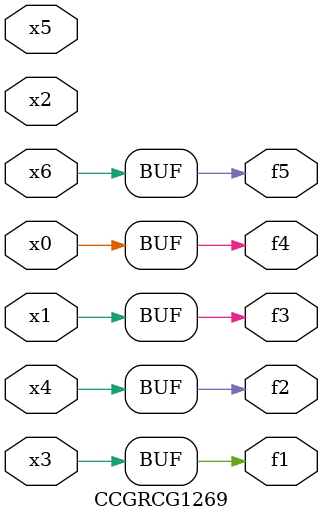
<source format=v>
module CCGRCG1269(
	input x0, x1, x2, x3, x4, x5, x6,
	output f1, f2, f3, f4, f5
);
	assign f1 = x3;
	assign f2 = x4;
	assign f3 = x1;
	assign f4 = x0;
	assign f5 = x6;
endmodule

</source>
